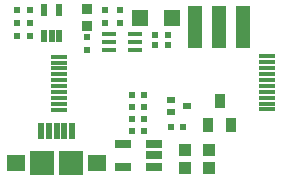
<source format=gbs>
G04 ================== begin FILE IDENTIFICATION RECORD ==================*
G04 Layout Name:  ETDS_PCB_AN_V1_2.brd*
G04 Film Name:    SOLDERMASK_BOTTOM*
G04 File Format:  Gerber RS274X*
G04 File Origin:  Cadence Allegro 16.6-S034*
G04 Origin Date:  Mon Mar 16 22:09:46 2015*
G04 *
G04 Layer:  VIA CLASS/SOLDERMASK_BOTTOM*
G04 Layer:  PIN/SOLDERMASK_BOTTOM*
G04 Layer:  PACKAGE GEOMETRY/SOLDERMASK_BOTTOM*
G04 Layer:  BOARD GEOMETRY/SOLDERMASK_BOTTOM*
G04 *
G04 Offset:    (0.00 0.00)*
G04 Mirror:    No*
G04 Mode:      Positive*
G04 Rotation:  0*
G04 FullContactRelief:  No*
G04 UndefLineWidth:     5.00*
G04 ================== end FILE IDENTIFICATION RECORD ====================*
%FSLAX25Y25*MOIN*%
%IR0*IPPOS*OFA0.00000B0.00000*MIA0B0*SFA1.00000B1.00000*%
%ADD24R,.045X.143*%
%ADD12R,.08X.08*%
%ADD23R,.03X.02*%
%ADD15R,.021X.041*%
%ADD19R,.033X.033*%
%ADD17R,.024X.024*%
%ADD16R,.054X.03*%
%ADD11R,.024X.024*%
%ADD14R,.02X.058*%
%ADD21R,.044X.044*%
%ADD18R,.045X.017*%
%ADD13R,.055X.015*%
%ADD22R,.036X.045*%
%ADD10R,.062X.056*%
%ADD20R,.055X.055*%
%LPD*%
G75*
G54D10*
X752600Y1658850D03*
X779600D03*
G54D20*
X794000Y1707200D03*
X804500D03*
G54D11*
X753000Y1701000D03*
Y1709600D03*
Y1705400D03*
X757200Y1701000D03*
Y1709600D03*
Y1705400D03*
X795300Y1681500D03*
X791100D03*
Y1669400D03*
X795300D03*
Y1673500D03*
X791100D03*
X795300Y1677400D03*
X791100D03*
X798900Y1698000D03*
Y1701500D03*
X808400Y1670600D03*
X804200D03*
X803100Y1698000D03*
Y1701500D03*
G54D21*
X816800Y1657000D03*
Y1663000D03*
X809000Y1657000D03*
Y1663000D03*
G54D12*
X770780Y1658850D03*
X761420D03*
G54D22*
X816740Y1671462D03*
X820480Y1679336D03*
X824220Y1671462D03*
G54D13*
X766950Y1676445D03*
Y1678414D03*
Y1680383D03*
Y1682352D03*
Y1684321D03*
Y1686290D03*
Y1688259D03*
Y1690228D03*
Y1692197D03*
Y1694166D03*
X836300Y1676545D03*
Y1678514D03*
Y1680483D03*
Y1682452D03*
Y1684421D03*
Y1686390D03*
Y1688359D03*
Y1690328D03*
Y1692297D03*
Y1694266D03*
G54D14*
X771220Y1669380D03*
X760980D03*
X768650D03*
X763540D03*
X766100D03*
G54D23*
X809512Y1677628D03*
X804394Y1679596D03*
Y1675660D03*
G54D15*
X767027Y1709600D03*
X761909D03*
Y1701000D03*
X764468D03*
X767027D03*
G54D24*
X812348Y1704200D03*
X828096D03*
X820222D03*
G54D16*
X788200Y1665000D03*
Y1657520D03*
X798500D03*
Y1661260D03*
Y1665000D03*
G54D17*
X776200Y1696500D03*
X782200Y1709700D03*
Y1705500D03*
X776200Y1700700D03*
X787100Y1709600D03*
Y1705400D03*
G54D18*
X783600Y1696500D03*
Y1701700D03*
Y1699100D03*
X792400Y1696500D03*
Y1699100D03*
Y1701700D03*
G54D19*
X776400Y1710100D03*
Y1704500D03*
M02*

</source>
